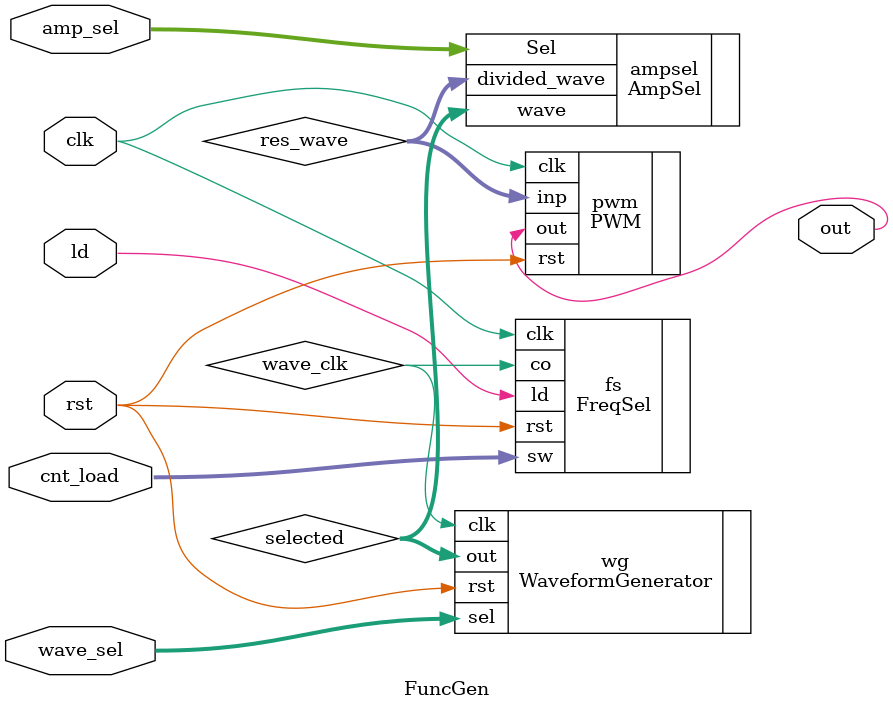
<source format=v>
module FuncGen(clk, rst, ld, cnt_load, wave_sel, amp_sel, out);
input clk, rst, ld;
input[4:0] cnt_load;
input[2:0] wave_sel;
input[1:0] amp_sel;
output out;

wire wave_clk;
wire[7:0] selected, res_wave;

WaveformGenerator wg(.clk(wave_clk), .rst(rst), .sel(wave_sel), .out(selected));
FreqSel fs(.clk(clk), .rst(rst), .sw(cnt_load), .ld(ld), .co(wave_clk));
AmpSel ampsel(.wave(selected), .Sel(amp_sel), .divided_wave(res_wave));
PWM pwm(.clk(clk), .rst(rst), .inp(res_wave), .out(out));
endmodule
</source>
